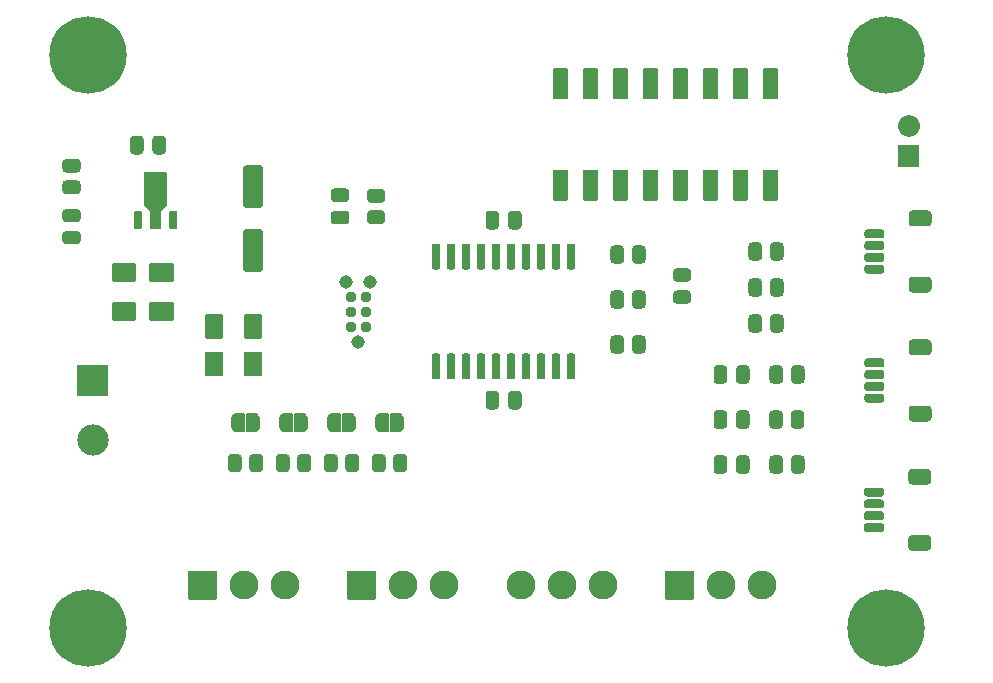
<source format=gts>
G04 #@! TF.GenerationSoftware,KiCad,Pcbnew,6.0.2+dfsg-1*
G04 #@! TF.CreationDate,2024-06-30T21:27:14-06:00*
G04 #@! TF.ProjectId,ckt-iiab,636b742d-6969-4616-922e-6b696361645f,rev?*
G04 #@! TF.SameCoordinates,Original*
G04 #@! TF.FileFunction,Soldermask,Top*
G04 #@! TF.FilePolarity,Negative*
%FSLAX46Y46*%
G04 Gerber Fmt 4.6, Leading zero omitted, Abs format (unit mm)*
G04 Created by KiCad (PCBNEW 6.0.2+dfsg-1) date 2024-06-30 21:27:14*
%MOMM*%
%LPD*%
G01*
G04 APERTURE LIST*
%ADD10C,2.452400*%
%ADD11C,6.552400*%
%ADD12O,1.852400X1.852400*%
%ADD13C,1.143000*%
%ADD14C,0.939800*%
%ADD15C,2.652400*%
G04 APERTURE END LIST*
G36*
G01*
X64229000Y-142476200D02*
X63279000Y-142476200D01*
G75*
G02*
X62952800Y-142150000I0J326200D01*
G01*
X62952800Y-141650000D01*
G75*
G02*
X63279000Y-141323800I326200J0D01*
G01*
X64229000Y-141323800D01*
G75*
G02*
X64555200Y-141650000I0J-326200D01*
G01*
X64555200Y-142150000D01*
G75*
G02*
X64229000Y-142476200I-326200J0D01*
G01*
G37*
G36*
G01*
X64229000Y-140576200D02*
X63279000Y-140576200D01*
G75*
G02*
X62952800Y-140250000I0J326200D01*
G01*
X62952800Y-139750000D01*
G75*
G02*
X63279000Y-139423800I326200J0D01*
G01*
X64229000Y-139423800D01*
G75*
G02*
X64555200Y-139750000I0J-326200D01*
G01*
X64555200Y-140250000D01*
G75*
G02*
X64229000Y-140576200I-326200J0D01*
G01*
G37*
G36*
G01*
X86636800Y-145484000D02*
X86636800Y-144584000D01*
G75*
G02*
X86963000Y-144257800I326200J0D01*
G01*
X87488000Y-144257800D01*
G75*
G02*
X87814200Y-144584000I0J-326200D01*
G01*
X87814200Y-145484000D01*
G75*
G02*
X87488000Y-145810200I-326200J0D01*
G01*
X86963000Y-145810200D01*
G75*
G02*
X86636800Y-145484000I0J326200D01*
G01*
G37*
G36*
G01*
X88461800Y-145484000D02*
X88461800Y-144584000D01*
G75*
G02*
X88788000Y-144257800I326200J0D01*
G01*
X89313000Y-144257800D01*
G75*
G02*
X89639200Y-144584000I0J-326200D01*
G01*
X89639200Y-145484000D01*
G75*
G02*
X89313000Y-145810200I-326200J0D01*
G01*
X88788000Y-145810200D01*
G75*
G02*
X88461800Y-145484000I0J326200D01*
G01*
G37*
G36*
G01*
X109623000Y-146656200D02*
X108373000Y-146656200D01*
G75*
G02*
X108146800Y-146430000I0J226200D01*
G01*
X108146800Y-146130000D01*
G75*
G02*
X108373000Y-145903800I226200J0D01*
G01*
X109623000Y-145903800D01*
G75*
G02*
X109849200Y-146130000I0J-226200D01*
G01*
X109849200Y-146430000D01*
G75*
G02*
X109623000Y-146656200I-226200J0D01*
G01*
G37*
G36*
G01*
X109623000Y-145656200D02*
X108373000Y-145656200D01*
G75*
G02*
X108146800Y-145430000I0J226200D01*
G01*
X108146800Y-145130000D01*
G75*
G02*
X108373000Y-144903800I226200J0D01*
G01*
X109623000Y-144903800D01*
G75*
G02*
X109849200Y-145130000I0J-226200D01*
G01*
X109849200Y-145430000D01*
G75*
G02*
X109623000Y-145656200I-226200J0D01*
G01*
G37*
G36*
G01*
X109623000Y-144656200D02*
X108373000Y-144656200D01*
G75*
G02*
X108146800Y-144430000I0J226200D01*
G01*
X108146800Y-144130000D01*
G75*
G02*
X108373000Y-143903800I226200J0D01*
G01*
X109623000Y-143903800D01*
G75*
G02*
X109849200Y-144130000I0J-226200D01*
G01*
X109849200Y-144430000D01*
G75*
G02*
X109623000Y-144656200I-226200J0D01*
G01*
G37*
G36*
G01*
X109623000Y-143656200D02*
X108373000Y-143656200D01*
G75*
G02*
X108146800Y-143430000I0J226200D01*
G01*
X108146800Y-143130000D01*
G75*
G02*
X108373000Y-142903800I226200J0D01*
G01*
X109623000Y-142903800D01*
G75*
G02*
X109849200Y-143130000I0J-226200D01*
G01*
X109849200Y-143430000D01*
G75*
G02*
X109623000Y-143656200I-226200J0D01*
G01*
G37*
G36*
G01*
X113523000Y-142656200D02*
X112223000Y-142656200D01*
G75*
G02*
X111896800Y-142330000I0J326200D01*
G01*
X111896800Y-141630000D01*
G75*
G02*
X112223000Y-141303800I326200J0D01*
G01*
X113523000Y-141303800D01*
G75*
G02*
X113849200Y-141630000I0J-326200D01*
G01*
X113849200Y-142330000D01*
G75*
G02*
X113523000Y-142656200I-326200J0D01*
G01*
G37*
G36*
G01*
X113523000Y-148256200D02*
X112223000Y-148256200D01*
G75*
G02*
X111896800Y-147930000I0J326200D01*
G01*
X111896800Y-147230000D01*
G75*
G02*
X112223000Y-146903800I326200J0D01*
G01*
X113523000Y-146903800D01*
G75*
G02*
X113849200Y-147230000I0J-326200D01*
G01*
X113849200Y-147930000D01*
G75*
G02*
X113523000Y-148256200I-326200J0D01*
G01*
G37*
G36*
G01*
X66443800Y-163137000D02*
X66443800Y-162237000D01*
G75*
G02*
X66770000Y-161910800I326200J0D01*
G01*
X67295000Y-161910800D01*
G75*
G02*
X67621200Y-162237000I0J-326200D01*
G01*
X67621200Y-163137000D01*
G75*
G02*
X67295000Y-163463200I-326200J0D01*
G01*
X66770000Y-163463200D01*
G75*
G02*
X66443800Y-163137000I0J326200D01*
G01*
G37*
G36*
G01*
X68268800Y-163137000D02*
X68268800Y-162237000D01*
G75*
G02*
X68595000Y-161910800I326200J0D01*
G01*
X69120000Y-161910800D01*
G75*
G02*
X69446200Y-162237000I0J-326200D01*
G01*
X69446200Y-163137000D01*
G75*
G02*
X69120000Y-163463200I-326200J0D01*
G01*
X68595000Y-163463200D01*
G75*
G02*
X68268800Y-163137000I0J326200D01*
G01*
G37*
G36*
G01*
X50899800Y-174181988D02*
X50899800Y-171881988D01*
G75*
G02*
X50976000Y-171805788I76200J0D01*
G01*
X53276000Y-171805788D01*
G75*
G02*
X53352200Y-171881988I0J-76200D01*
G01*
X53352200Y-174181988D01*
G75*
G02*
X53276000Y-174258188I-76200J0D01*
G01*
X50976000Y-174258188D01*
G75*
G02*
X50899800Y-174181988I0J76200D01*
G01*
G37*
D10*
X55626000Y-173031988D03*
X59126000Y-173031988D03*
G36*
G01*
X98427200Y-154719000D02*
X98427200Y-155669000D01*
G75*
G02*
X98101000Y-155995200I-326200J0D01*
G01*
X97601000Y-155995200D01*
G75*
G02*
X97274800Y-155669000I0J326200D01*
G01*
X97274800Y-154719000D01*
G75*
G02*
X97601000Y-154392800I326200J0D01*
G01*
X98101000Y-154392800D01*
G75*
G02*
X98427200Y-154719000I0J-326200D01*
G01*
G37*
G36*
G01*
X96527200Y-154719000D02*
X96527200Y-155669000D01*
G75*
G02*
X96201000Y-155995200I-326200J0D01*
G01*
X95701000Y-155995200D01*
G75*
G02*
X95374800Y-155669000I0J326200D01*
G01*
X95374800Y-154719000D01*
G75*
G02*
X95701000Y-154392800I326200J0D01*
G01*
X96201000Y-154392800D01*
G75*
G02*
X96527200Y-154719000I0J-326200D01*
G01*
G37*
G36*
X59715980Y-158449627D02*
G01*
X59742042Y-158494768D01*
X59743200Y-158508000D01*
X59743200Y-160008000D01*
X59725373Y-160056980D01*
X59680232Y-160083042D01*
X59667000Y-160084200D01*
X59167000Y-160084200D01*
X59152666Y-160078983D01*
X59085663Y-160077755D01*
X59064336Y-160074301D01*
X58929021Y-160032026D01*
X58909520Y-160022725D01*
X58791510Y-159944170D01*
X58775404Y-159929769D01*
X58684184Y-159821250D01*
X58672767Y-159802908D01*
X58615672Y-159673149D01*
X58609862Y-159652340D01*
X58592940Y-159522932D01*
X58591958Y-159521232D01*
X58590800Y-159508000D01*
X58590800Y-159008000D01*
X58591552Y-159005934D01*
X58591744Y-158990167D01*
X58613555Y-158850090D01*
X58619872Y-158829430D01*
X58680120Y-158701105D01*
X58691982Y-158683047D01*
X58785826Y-158576789D01*
X58802279Y-158562787D01*
X58922174Y-158487139D01*
X58941895Y-158478317D01*
X59078202Y-158439360D01*
X59099608Y-158436427D01*
X59147255Y-158436718D01*
X59153768Y-158432958D01*
X59167000Y-158431800D01*
X59667000Y-158431800D01*
X59715980Y-158449627D01*
G37*
G36*
X60481081Y-158436925D02*
G01*
X60541370Y-158437293D01*
X60562738Y-158440487D01*
X60698559Y-158481106D01*
X60718172Y-158490168D01*
X60837134Y-158567275D01*
X60853415Y-158581478D01*
X60945953Y-158688875D01*
X60957592Y-158707076D01*
X61016269Y-158836128D01*
X61022333Y-158856865D01*
X61042430Y-158997198D01*
X61043200Y-159008000D01*
X61043200Y-159508000D01*
X61043194Y-159508929D01*
X61043045Y-159521145D01*
X61041995Y-159532858D01*
X61018475Y-159672659D01*
X61011906Y-159693242D01*
X60950094Y-159820821D01*
X60938013Y-159838732D01*
X60842878Y-159943836D01*
X60826255Y-159957637D01*
X60705445Y-160031814D01*
X60685617Y-160040394D01*
X60548844Y-160077683D01*
X60527404Y-160080353D01*
X60486198Y-160079598D01*
X60480232Y-160083042D01*
X60467000Y-160084200D01*
X59967000Y-160084200D01*
X59918020Y-160066373D01*
X59891958Y-160021232D01*
X59890800Y-160008000D01*
X59890800Y-158508000D01*
X59908627Y-158459020D01*
X59953768Y-158432958D01*
X59967000Y-158431800D01*
X60467000Y-158431800D01*
X60481081Y-158436925D01*
G37*
D11*
X109982000Y-176657000D03*
G36*
G01*
X112813200Y-135807004D02*
X112813200Y-137507004D01*
G75*
G02*
X112737000Y-137583204I-76200J0D01*
G01*
X111037000Y-137583204D01*
G75*
G02*
X110960800Y-137507004I0J76200D01*
G01*
X110960800Y-135807004D01*
G75*
G02*
X111037000Y-135730804I76200J0D01*
G01*
X112737000Y-135730804D01*
G75*
G02*
X112813200Y-135807004I0J-76200D01*
G01*
G37*
D12*
X111887000Y-134117004D03*
G36*
G01*
X67252000Y-142471200D02*
X66352000Y-142471200D01*
G75*
G02*
X66025800Y-142145000I0J326200D01*
G01*
X66025800Y-141620000D01*
G75*
G02*
X66352000Y-141293800I326200J0D01*
G01*
X67252000Y-141293800D01*
G75*
G02*
X67578200Y-141620000I0J-326200D01*
G01*
X67578200Y-142145000D01*
G75*
G02*
X67252000Y-142471200I-326200J0D01*
G01*
G37*
G36*
G01*
X67252000Y-140646200D02*
X66352000Y-140646200D01*
G75*
G02*
X66025800Y-140320000I0J326200D01*
G01*
X66025800Y-139795000D01*
G75*
G02*
X66352000Y-139468800I326200J0D01*
G01*
X67252000Y-139468800D01*
G75*
G02*
X67578200Y-139795000I0J-326200D01*
G01*
X67578200Y-140320000D01*
G75*
G02*
X67252000Y-140646200I-326200J0D01*
G01*
G37*
G36*
G01*
X100075300Y-159454000D02*
X100075300Y-158554000D01*
G75*
G02*
X100401500Y-158227800I326200J0D01*
G01*
X100926500Y-158227800D01*
G75*
G02*
X101252700Y-158554000I0J-326200D01*
G01*
X101252700Y-159454000D01*
G75*
G02*
X100926500Y-159780200I-326200J0D01*
G01*
X100401500Y-159780200D01*
G75*
G02*
X100075300Y-159454000I0J326200D01*
G01*
G37*
G36*
G01*
X101900300Y-159454000D02*
X101900300Y-158554000D01*
G75*
G02*
X102226500Y-158227800I326200J0D01*
G01*
X102751500Y-158227800D01*
G75*
G02*
X103077700Y-158554000I0J-326200D01*
G01*
X103077700Y-159454000D01*
G75*
G02*
X102751500Y-159780200I-326200J0D01*
G01*
X102226500Y-159780200D01*
G75*
G02*
X101900300Y-159454000I0J326200D01*
G01*
G37*
D11*
X109982000Y-128143000D03*
G36*
G01*
X58315800Y-163137000D02*
X58315800Y-162237000D01*
G75*
G02*
X58642000Y-161910800I326200J0D01*
G01*
X59167000Y-161910800D01*
G75*
G02*
X59493200Y-162237000I0J-326200D01*
G01*
X59493200Y-163137000D01*
G75*
G02*
X59167000Y-163463200I-326200J0D01*
G01*
X58642000Y-163463200D01*
G75*
G02*
X58315800Y-163137000I0J326200D01*
G01*
G37*
G36*
G01*
X60140800Y-163137000D02*
X60140800Y-162237000D01*
G75*
G02*
X60467000Y-161910800I326200J0D01*
G01*
X60992000Y-161910800D01*
G75*
G02*
X61318200Y-162237000I0J-326200D01*
G01*
X61318200Y-163137000D01*
G75*
G02*
X60992000Y-163463200I-326200J0D01*
G01*
X60467000Y-163463200D01*
G75*
G02*
X60140800Y-163137000I0J326200D01*
G01*
G37*
G36*
G01*
X47691000Y-145782800D02*
X49591000Y-145782800D01*
G75*
G02*
X49667200Y-145859000I0J-76200D01*
G01*
X49667200Y-147259000D01*
G75*
G02*
X49591000Y-147335200I-76200J0D01*
G01*
X47691000Y-147335200D01*
G75*
G02*
X47614800Y-147259000I0J76200D01*
G01*
X47614800Y-145859000D01*
G75*
G02*
X47691000Y-145782800I76200J0D01*
G01*
G37*
G36*
G01*
X47691000Y-149082800D02*
X49591000Y-149082800D01*
G75*
G02*
X49667200Y-149159000I0J-76200D01*
G01*
X49667200Y-150559000D01*
G75*
G02*
X49591000Y-150635200I-76200J0D01*
G01*
X47691000Y-150635200D01*
G75*
G02*
X47614800Y-150559000I0J76200D01*
G01*
X47614800Y-149159000D01*
G75*
G02*
X47691000Y-149082800I76200J0D01*
G01*
G37*
G36*
G01*
X79123200Y-141638000D02*
X79123200Y-142588000D01*
G75*
G02*
X78797000Y-142914200I-326200J0D01*
G01*
X78297000Y-142914200D01*
G75*
G02*
X77970800Y-142588000I0J326200D01*
G01*
X77970800Y-141638000D01*
G75*
G02*
X78297000Y-141311800I326200J0D01*
G01*
X78797000Y-141311800D01*
G75*
G02*
X79123200Y-141638000I0J-326200D01*
G01*
G37*
G36*
G01*
X77223200Y-141638000D02*
X77223200Y-142588000D01*
G75*
G02*
X76897000Y-142914200I-326200J0D01*
G01*
X76397000Y-142914200D01*
G75*
G02*
X76070800Y-142588000I0J326200D01*
G01*
X76070800Y-141638000D01*
G75*
G02*
X76397000Y-141311800I326200J0D01*
G01*
X76897000Y-141311800D01*
G75*
G02*
X77223200Y-141638000I0J-326200D01*
G01*
G37*
G36*
G01*
X55838000Y-137459800D02*
X56938000Y-137459800D01*
G75*
G02*
X57264200Y-137786000I0J-326200D01*
G01*
X57264200Y-140786000D01*
G75*
G02*
X56938000Y-141112200I-326200J0D01*
G01*
X55838000Y-141112200D01*
G75*
G02*
X55511800Y-140786000I0J326200D01*
G01*
X55511800Y-137786000D01*
G75*
G02*
X55838000Y-137459800I326200J0D01*
G01*
G37*
G36*
G01*
X55838000Y-142859800D02*
X56938000Y-142859800D01*
G75*
G02*
X57264200Y-143186000I0J-326200D01*
G01*
X57264200Y-146186000D01*
G75*
G02*
X56938000Y-146512200I-326200J0D01*
G01*
X55838000Y-146512200D01*
G75*
G02*
X55511800Y-146186000I0J326200D01*
G01*
X55511800Y-143186000D01*
G75*
G02*
X55838000Y-142859800I326200J0D01*
G01*
G37*
G36*
G01*
X109590996Y-168524203D02*
X108340996Y-168524203D01*
G75*
G02*
X108114796Y-168298003I0J226200D01*
G01*
X108114796Y-167998003D01*
G75*
G02*
X108340996Y-167771803I226200J0D01*
G01*
X109590996Y-167771803D01*
G75*
G02*
X109817196Y-167998003I0J-226200D01*
G01*
X109817196Y-168298003D01*
G75*
G02*
X109590996Y-168524203I-226200J0D01*
G01*
G37*
G36*
G01*
X109590996Y-167524203D02*
X108340996Y-167524203D01*
G75*
G02*
X108114796Y-167298003I0J226200D01*
G01*
X108114796Y-166998003D01*
G75*
G02*
X108340996Y-166771803I226200J0D01*
G01*
X109590996Y-166771803D01*
G75*
G02*
X109817196Y-166998003I0J-226200D01*
G01*
X109817196Y-167298003D01*
G75*
G02*
X109590996Y-167524203I-226200J0D01*
G01*
G37*
G36*
G01*
X109590996Y-166524203D02*
X108340996Y-166524203D01*
G75*
G02*
X108114796Y-166298003I0J226200D01*
G01*
X108114796Y-165998003D01*
G75*
G02*
X108340996Y-165771803I226200J0D01*
G01*
X109590996Y-165771803D01*
G75*
G02*
X109817196Y-165998003I0J-226200D01*
G01*
X109817196Y-166298003D01*
G75*
G02*
X109590996Y-166524203I-226200J0D01*
G01*
G37*
G36*
G01*
X109590996Y-165524203D02*
X108340996Y-165524203D01*
G75*
G02*
X108114796Y-165298003I0J226200D01*
G01*
X108114796Y-164998003D01*
G75*
G02*
X108340996Y-164771803I226200J0D01*
G01*
X109590996Y-164771803D01*
G75*
G02*
X109817196Y-164998003I0J-226200D01*
G01*
X109817196Y-165298003D01*
G75*
G02*
X109590996Y-165524203I-226200J0D01*
G01*
G37*
G36*
G01*
X113490996Y-170124203D02*
X112190996Y-170124203D01*
G75*
G02*
X111864796Y-169798003I0J326200D01*
G01*
X111864796Y-169098003D01*
G75*
G02*
X112190996Y-168771803I326200J0D01*
G01*
X113490996Y-168771803D01*
G75*
G02*
X113817196Y-169098003I0J-326200D01*
G01*
X113817196Y-169798003D01*
G75*
G02*
X113490996Y-170124203I-326200J0D01*
G01*
G37*
G36*
G01*
X113490996Y-164524203D02*
X112190996Y-164524203D01*
G75*
G02*
X111864796Y-164198003I0J326200D01*
G01*
X111864796Y-163498003D01*
G75*
G02*
X112190996Y-163171803I326200J0D01*
G01*
X113490996Y-163171803D01*
G75*
G02*
X113817196Y-163498003I0J-326200D01*
G01*
X113817196Y-164198003D01*
G75*
G02*
X113490996Y-164524203I-326200J0D01*
G01*
G37*
G36*
G01*
X100098800Y-163264000D02*
X100098800Y-162364000D01*
G75*
G02*
X100425000Y-162037800I326200J0D01*
G01*
X100950000Y-162037800D01*
G75*
G02*
X101276200Y-162364000I0J-326200D01*
G01*
X101276200Y-163264000D01*
G75*
G02*
X100950000Y-163590200I-326200J0D01*
G01*
X100425000Y-163590200D01*
G75*
G02*
X100098800Y-163264000I0J326200D01*
G01*
G37*
G36*
G01*
X101923800Y-163264000D02*
X101923800Y-162364000D01*
G75*
G02*
X102250000Y-162037800I326200J0D01*
G01*
X102775000Y-162037800D01*
G75*
G02*
X103101200Y-162364000I0J-326200D01*
G01*
X103101200Y-163264000D01*
G75*
G02*
X102775000Y-163590200I-326200J0D01*
G01*
X102250000Y-163590200D01*
G75*
G02*
X101923800Y-163264000I0J326200D01*
G01*
G37*
X42418000Y-176657000D03*
G36*
G01*
X54251800Y-163137000D02*
X54251800Y-162237000D01*
G75*
G02*
X54578000Y-161910800I326200J0D01*
G01*
X55103000Y-161910800D01*
G75*
G02*
X55429200Y-162237000I0J-326200D01*
G01*
X55429200Y-163137000D01*
G75*
G02*
X55103000Y-163463200I-326200J0D01*
G01*
X54578000Y-163463200D01*
G75*
G02*
X54251800Y-163137000I0J326200D01*
G01*
G37*
G36*
G01*
X56076800Y-163137000D02*
X56076800Y-162237000D01*
G75*
G02*
X56403000Y-161910800I326200J0D01*
G01*
X56928000Y-161910800D01*
G75*
G02*
X57254200Y-162237000I0J-326200D01*
G01*
X57254200Y-163137000D01*
G75*
G02*
X56928000Y-163463200I-326200J0D01*
G01*
X56403000Y-163463200D01*
G75*
G02*
X56076800Y-163137000I0J326200D01*
G01*
G37*
X42418000Y-128143000D03*
G36*
X55651980Y-158449627D02*
G01*
X55678042Y-158494768D01*
X55679200Y-158508000D01*
X55679200Y-160008000D01*
X55661373Y-160056980D01*
X55616232Y-160083042D01*
X55603000Y-160084200D01*
X55103000Y-160084200D01*
X55088666Y-160078983D01*
X55021663Y-160077755D01*
X55000336Y-160074301D01*
X54865021Y-160032026D01*
X54845520Y-160022725D01*
X54727510Y-159944170D01*
X54711404Y-159929769D01*
X54620184Y-159821250D01*
X54608767Y-159802908D01*
X54551672Y-159673149D01*
X54545862Y-159652340D01*
X54528940Y-159522932D01*
X54527958Y-159521232D01*
X54526800Y-159508000D01*
X54526800Y-159008000D01*
X54527552Y-159005934D01*
X54527744Y-158990167D01*
X54549555Y-158850090D01*
X54555872Y-158829430D01*
X54616120Y-158701105D01*
X54627982Y-158683047D01*
X54721826Y-158576789D01*
X54738279Y-158562787D01*
X54858174Y-158487139D01*
X54877895Y-158478317D01*
X55014202Y-158439360D01*
X55035608Y-158436427D01*
X55083255Y-158436718D01*
X55089768Y-158432958D01*
X55103000Y-158431800D01*
X55603000Y-158431800D01*
X55651980Y-158449627D01*
G37*
G36*
X56417081Y-158436925D02*
G01*
X56477370Y-158437293D01*
X56498738Y-158440487D01*
X56634559Y-158481106D01*
X56654172Y-158490168D01*
X56773134Y-158567275D01*
X56789415Y-158581478D01*
X56881953Y-158688875D01*
X56893592Y-158707076D01*
X56952269Y-158836128D01*
X56958333Y-158856865D01*
X56978430Y-158997198D01*
X56979200Y-159008000D01*
X56979200Y-159508000D01*
X56979194Y-159508929D01*
X56979045Y-159521145D01*
X56977995Y-159532858D01*
X56954475Y-159672659D01*
X56947906Y-159693242D01*
X56886094Y-159820821D01*
X56874013Y-159838732D01*
X56778878Y-159943836D01*
X56762255Y-159957637D01*
X56641445Y-160031814D01*
X56621617Y-160040394D01*
X56484844Y-160077683D01*
X56463404Y-160080353D01*
X56422198Y-160079598D01*
X56416232Y-160083042D01*
X56403000Y-160084200D01*
X55903000Y-160084200D01*
X55854020Y-160066373D01*
X55827958Y-160021232D01*
X55826800Y-160008000D01*
X55826800Y-158508000D01*
X55844627Y-158459020D01*
X55889768Y-158432958D01*
X55903000Y-158431800D01*
X56403000Y-158431800D01*
X56417081Y-158436925D01*
G37*
G36*
G01*
X52310800Y-155255000D02*
X52310800Y-153355000D01*
G75*
G02*
X52387000Y-153278800I76200J0D01*
G01*
X53787000Y-153278800D01*
G75*
G02*
X53863200Y-153355000I0J-76200D01*
G01*
X53863200Y-155255000D01*
G75*
G02*
X53787000Y-155331200I-76200J0D01*
G01*
X52387000Y-155331200D01*
G75*
G02*
X52310800Y-155255000I0J76200D01*
G01*
G37*
G36*
G01*
X55610800Y-155255000D02*
X55610800Y-153355000D01*
G75*
G02*
X55687000Y-153278800I76200J0D01*
G01*
X57087000Y-153278800D01*
G75*
G02*
X57163200Y-153355000I0J-76200D01*
G01*
X57163200Y-155255000D01*
G75*
G02*
X57087000Y-155331200I-76200J0D01*
G01*
X55687000Y-155331200D01*
G75*
G02*
X55610800Y-155255000I0J76200D01*
G01*
G37*
G36*
G01*
X52310800Y-152080000D02*
X52310800Y-150180000D01*
G75*
G02*
X52387000Y-150103800I76200J0D01*
G01*
X53787000Y-150103800D01*
G75*
G02*
X53863200Y-150180000I0J-76200D01*
G01*
X53863200Y-152080000D01*
G75*
G02*
X53787000Y-152156200I-76200J0D01*
G01*
X52387000Y-152156200D01*
G75*
G02*
X52310800Y-152080000I0J76200D01*
G01*
G37*
G36*
G01*
X55610800Y-152080000D02*
X55610800Y-150180000D01*
G75*
G02*
X55687000Y-150103800I76200J0D01*
G01*
X57087000Y-150103800D01*
G75*
G02*
X57163200Y-150180000I0J-76200D01*
G01*
X57163200Y-152080000D01*
G75*
G02*
X57087000Y-152156200I-76200J0D01*
G01*
X55687000Y-152156200D01*
G75*
G02*
X55610800Y-152080000I0J76200D01*
G01*
G37*
G36*
G01*
X99643000Y-129272800D02*
X100763000Y-129272800D01*
G75*
G02*
X100839200Y-129349000I0J-76200D01*
G01*
X100839200Y-131789000D01*
G75*
G02*
X100763000Y-131865200I-76200J0D01*
G01*
X99643000Y-131865200D01*
G75*
G02*
X99566800Y-131789000I0J76200D01*
G01*
X99566800Y-129349000D01*
G75*
G02*
X99643000Y-129272800I76200J0D01*
G01*
G37*
G36*
G01*
X97103000Y-129272800D02*
X98223000Y-129272800D01*
G75*
G02*
X98299200Y-129349000I0J-76200D01*
G01*
X98299200Y-131789000D01*
G75*
G02*
X98223000Y-131865200I-76200J0D01*
G01*
X97103000Y-131865200D01*
G75*
G02*
X97026800Y-131789000I0J76200D01*
G01*
X97026800Y-129349000D01*
G75*
G02*
X97103000Y-129272800I76200J0D01*
G01*
G37*
G36*
G01*
X94563000Y-129272800D02*
X95683000Y-129272800D01*
G75*
G02*
X95759200Y-129349000I0J-76200D01*
G01*
X95759200Y-131789000D01*
G75*
G02*
X95683000Y-131865200I-76200J0D01*
G01*
X94563000Y-131865200D01*
G75*
G02*
X94486800Y-131789000I0J76200D01*
G01*
X94486800Y-129349000D01*
G75*
G02*
X94563000Y-129272800I76200J0D01*
G01*
G37*
G36*
G01*
X92023000Y-129272800D02*
X93143000Y-129272800D01*
G75*
G02*
X93219200Y-129349000I0J-76200D01*
G01*
X93219200Y-131789000D01*
G75*
G02*
X93143000Y-131865200I-76200J0D01*
G01*
X92023000Y-131865200D01*
G75*
G02*
X91946800Y-131789000I0J76200D01*
G01*
X91946800Y-129349000D01*
G75*
G02*
X92023000Y-129272800I76200J0D01*
G01*
G37*
G36*
G01*
X89483000Y-129272800D02*
X90603000Y-129272800D01*
G75*
G02*
X90679200Y-129349000I0J-76200D01*
G01*
X90679200Y-131789000D01*
G75*
G02*
X90603000Y-131865200I-76200J0D01*
G01*
X89483000Y-131865200D01*
G75*
G02*
X89406800Y-131789000I0J76200D01*
G01*
X89406800Y-129349000D01*
G75*
G02*
X89483000Y-129272800I76200J0D01*
G01*
G37*
G36*
G01*
X86943000Y-129272800D02*
X88063000Y-129272800D01*
G75*
G02*
X88139200Y-129349000I0J-76200D01*
G01*
X88139200Y-131789000D01*
G75*
G02*
X88063000Y-131865200I-76200J0D01*
G01*
X86943000Y-131865200D01*
G75*
G02*
X86866800Y-131789000I0J76200D01*
G01*
X86866800Y-129349000D01*
G75*
G02*
X86943000Y-129272800I76200J0D01*
G01*
G37*
G36*
G01*
X84403000Y-129272800D02*
X85523000Y-129272800D01*
G75*
G02*
X85599200Y-129349000I0J-76200D01*
G01*
X85599200Y-131789000D01*
G75*
G02*
X85523000Y-131865200I-76200J0D01*
G01*
X84403000Y-131865200D01*
G75*
G02*
X84326800Y-131789000I0J76200D01*
G01*
X84326800Y-129349000D01*
G75*
G02*
X84403000Y-129272800I76200J0D01*
G01*
G37*
G36*
G01*
X81863000Y-129272800D02*
X82983000Y-129272800D01*
G75*
G02*
X83059200Y-129349000I0J-76200D01*
G01*
X83059200Y-131789000D01*
G75*
G02*
X82983000Y-131865200I-76200J0D01*
G01*
X81863000Y-131865200D01*
G75*
G02*
X81786800Y-131789000I0J76200D01*
G01*
X81786800Y-129349000D01*
G75*
G02*
X81863000Y-129272800I76200J0D01*
G01*
G37*
G36*
G01*
X81863000Y-137882800D02*
X82983000Y-137882800D01*
G75*
G02*
X83059200Y-137959000I0J-76200D01*
G01*
X83059200Y-140399000D01*
G75*
G02*
X82983000Y-140475200I-76200J0D01*
G01*
X81863000Y-140475200D01*
G75*
G02*
X81786800Y-140399000I0J76200D01*
G01*
X81786800Y-137959000D01*
G75*
G02*
X81863000Y-137882800I76200J0D01*
G01*
G37*
G36*
G01*
X84403000Y-137882800D02*
X85523000Y-137882800D01*
G75*
G02*
X85599200Y-137959000I0J-76200D01*
G01*
X85599200Y-140399000D01*
G75*
G02*
X85523000Y-140475200I-76200J0D01*
G01*
X84403000Y-140475200D01*
G75*
G02*
X84326800Y-140399000I0J76200D01*
G01*
X84326800Y-137959000D01*
G75*
G02*
X84403000Y-137882800I76200J0D01*
G01*
G37*
G36*
G01*
X86943000Y-137882800D02*
X88063000Y-137882800D01*
G75*
G02*
X88139200Y-137959000I0J-76200D01*
G01*
X88139200Y-140399000D01*
G75*
G02*
X88063000Y-140475200I-76200J0D01*
G01*
X86943000Y-140475200D01*
G75*
G02*
X86866800Y-140399000I0J76200D01*
G01*
X86866800Y-137959000D01*
G75*
G02*
X86943000Y-137882800I76200J0D01*
G01*
G37*
G36*
G01*
X89483000Y-137882800D02*
X90603000Y-137882800D01*
G75*
G02*
X90679200Y-137959000I0J-76200D01*
G01*
X90679200Y-140399000D01*
G75*
G02*
X90603000Y-140475200I-76200J0D01*
G01*
X89483000Y-140475200D01*
G75*
G02*
X89406800Y-140399000I0J76200D01*
G01*
X89406800Y-137959000D01*
G75*
G02*
X89483000Y-137882800I76200J0D01*
G01*
G37*
G36*
G01*
X92023000Y-137882800D02*
X93143000Y-137882800D01*
G75*
G02*
X93219200Y-137959000I0J-76200D01*
G01*
X93219200Y-140399000D01*
G75*
G02*
X93143000Y-140475200I-76200J0D01*
G01*
X92023000Y-140475200D01*
G75*
G02*
X91946800Y-140399000I0J76200D01*
G01*
X91946800Y-137959000D01*
G75*
G02*
X92023000Y-137882800I76200J0D01*
G01*
G37*
G36*
G01*
X94563000Y-137882800D02*
X95683000Y-137882800D01*
G75*
G02*
X95759200Y-137959000I0J-76200D01*
G01*
X95759200Y-140399000D01*
G75*
G02*
X95683000Y-140475200I-76200J0D01*
G01*
X94563000Y-140475200D01*
G75*
G02*
X94486800Y-140399000I0J76200D01*
G01*
X94486800Y-137959000D01*
G75*
G02*
X94563000Y-137882800I76200J0D01*
G01*
G37*
G36*
G01*
X97103000Y-137882800D02*
X98223000Y-137882800D01*
G75*
G02*
X98299200Y-137959000I0J-76200D01*
G01*
X98299200Y-140399000D01*
G75*
G02*
X98223000Y-140475200I-76200J0D01*
G01*
X97103000Y-140475200D01*
G75*
G02*
X97026800Y-140399000I0J76200D01*
G01*
X97026800Y-137959000D01*
G75*
G02*
X97103000Y-137882800I76200J0D01*
G01*
G37*
G36*
G01*
X99643000Y-137882800D02*
X100763000Y-137882800D01*
G75*
G02*
X100839200Y-137959000I0J-76200D01*
G01*
X100839200Y-140399000D01*
G75*
G02*
X100763000Y-140475200I-76200J0D01*
G01*
X99643000Y-140475200D01*
G75*
G02*
X99566800Y-140399000I0J76200D01*
G01*
X99566800Y-137959000D01*
G75*
G02*
X99643000Y-137882800I76200J0D01*
G01*
G37*
G36*
G01*
X98427200Y-162339000D02*
X98427200Y-163289000D01*
G75*
G02*
X98101000Y-163615200I-326200J0D01*
G01*
X97601000Y-163615200D01*
G75*
G02*
X97274800Y-163289000I0J326200D01*
G01*
X97274800Y-162339000D01*
G75*
G02*
X97601000Y-162012800I326200J0D01*
G01*
X98101000Y-162012800D01*
G75*
G02*
X98427200Y-162339000I0J-326200D01*
G01*
G37*
G36*
G01*
X96527200Y-162339000D02*
X96527200Y-163289000D01*
G75*
G02*
X96201000Y-163615200I-326200J0D01*
G01*
X95701000Y-163615200D01*
G75*
G02*
X95374800Y-163289000I0J326200D01*
G01*
X95374800Y-162339000D01*
G75*
G02*
X95701000Y-162012800I326200J0D01*
G01*
X96201000Y-162012800D01*
G75*
G02*
X96527200Y-162339000I0J-326200D01*
G01*
G37*
G36*
G01*
X41477250Y-144170700D02*
X40564750Y-144170700D01*
G75*
G02*
X40244800Y-143850750I0J319950D01*
G01*
X40244800Y-143363250D01*
G75*
G02*
X40564750Y-143043300I319950J0D01*
G01*
X41477250Y-143043300D01*
G75*
G02*
X41797200Y-143363250I0J-319950D01*
G01*
X41797200Y-143850750D01*
G75*
G02*
X41477250Y-144170700I-319950J0D01*
G01*
G37*
G36*
G01*
X41477250Y-142295700D02*
X40564750Y-142295700D01*
G75*
G02*
X40244800Y-141975750I0J319950D01*
G01*
X40244800Y-141488250D01*
G75*
G02*
X40564750Y-141168300I319950J0D01*
G01*
X41477250Y-141168300D01*
G75*
G02*
X41797200Y-141488250I0J-319950D01*
G01*
X41797200Y-141975750D01*
G75*
G02*
X41477250Y-142295700I-319950J0D01*
G01*
G37*
G36*
G01*
X62379800Y-163137000D02*
X62379800Y-162237000D01*
G75*
G02*
X62706000Y-161910800I326200J0D01*
G01*
X63231000Y-161910800D01*
G75*
G02*
X63557200Y-162237000I0J-326200D01*
G01*
X63557200Y-163137000D01*
G75*
G02*
X63231000Y-163463200I-326200J0D01*
G01*
X62706000Y-163463200D01*
G75*
G02*
X62379800Y-163137000I0J326200D01*
G01*
G37*
G36*
G01*
X64204800Y-163137000D02*
X64204800Y-162237000D01*
G75*
G02*
X64531000Y-161910800I326200J0D01*
G01*
X65056000Y-161910800D01*
G75*
G02*
X65382200Y-162237000I0J-326200D01*
G01*
X65382200Y-163137000D01*
G75*
G02*
X65056000Y-163463200I-326200J0D01*
G01*
X64531000Y-163463200D01*
G75*
G02*
X64204800Y-163137000I0J326200D01*
G01*
G37*
D13*
X66294000Y-147320000D03*
X64262000Y-147320000D03*
X65278000Y-152400000D03*
D14*
X65913000Y-151130000D03*
X64643000Y-151130000D03*
X65913000Y-149860000D03*
X64643000Y-149860000D03*
X65913000Y-148590000D03*
X64643000Y-148590000D03*
G36*
G01*
X101323200Y-147378000D02*
X101323200Y-148278000D01*
G75*
G02*
X100997000Y-148604200I-326200J0D01*
G01*
X100472000Y-148604200D01*
G75*
G02*
X100145800Y-148278000I0J326200D01*
G01*
X100145800Y-147378000D01*
G75*
G02*
X100472000Y-147051800I326200J0D01*
G01*
X100997000Y-147051800D01*
G75*
G02*
X101323200Y-147378000I0J-326200D01*
G01*
G37*
G36*
G01*
X99498200Y-147378000D02*
X99498200Y-148278000D01*
G75*
G02*
X99172000Y-148604200I-326200J0D01*
G01*
X98647000Y-148604200D01*
G75*
G02*
X98320800Y-148278000I0J326200D01*
G01*
X98320800Y-147378000D01*
G75*
G02*
X98647000Y-147051800I326200J0D01*
G01*
X99172000Y-147051800D01*
G75*
G02*
X99498200Y-147378000I0J-326200D01*
G01*
G37*
G36*
G01*
X41549000Y-154375800D02*
X44049000Y-154375800D01*
G75*
G02*
X44125200Y-154452000I0J-76200D01*
G01*
X44125200Y-156952000D01*
G75*
G02*
X44049000Y-157028200I-76200J0D01*
G01*
X41549000Y-157028200D01*
G75*
G02*
X41472800Y-156952000I0J76200D01*
G01*
X41472800Y-154452000D01*
G75*
G02*
X41549000Y-154375800I76200J0D01*
G01*
G37*
D15*
X42799000Y-160702000D03*
G36*
G01*
X89639200Y-152204000D02*
X89639200Y-153104000D01*
G75*
G02*
X89313000Y-153430200I-326200J0D01*
G01*
X88788000Y-153430200D01*
G75*
G02*
X88461800Y-153104000I0J326200D01*
G01*
X88461800Y-152204000D01*
G75*
G02*
X88788000Y-151877800I326200J0D01*
G01*
X89313000Y-151877800D01*
G75*
G02*
X89639200Y-152204000I0J-326200D01*
G01*
G37*
G36*
G01*
X87814200Y-152204000D02*
X87814200Y-153104000D01*
G75*
G02*
X87488000Y-153430200I-326200J0D01*
G01*
X86963000Y-153430200D01*
G75*
G02*
X86636800Y-153104000I0J326200D01*
G01*
X86636800Y-152204000D01*
G75*
G02*
X86963000Y-151877800I326200J0D01*
G01*
X87488000Y-151877800D01*
G75*
G02*
X87814200Y-152204000I0J-326200D01*
G01*
G37*
G36*
X63779980Y-158449627D02*
G01*
X63806042Y-158494768D01*
X63807200Y-158508000D01*
X63807200Y-160008000D01*
X63789373Y-160056980D01*
X63744232Y-160083042D01*
X63731000Y-160084200D01*
X63231000Y-160084200D01*
X63216666Y-160078983D01*
X63149663Y-160077755D01*
X63128336Y-160074301D01*
X62993021Y-160032026D01*
X62973520Y-160022725D01*
X62855510Y-159944170D01*
X62839404Y-159929769D01*
X62748184Y-159821250D01*
X62736767Y-159802908D01*
X62679672Y-159673149D01*
X62673862Y-159652340D01*
X62656940Y-159522932D01*
X62655958Y-159521232D01*
X62654800Y-159508000D01*
X62654800Y-159008000D01*
X62655552Y-159005934D01*
X62655744Y-158990167D01*
X62677555Y-158850090D01*
X62683872Y-158829430D01*
X62744120Y-158701105D01*
X62755982Y-158683047D01*
X62849826Y-158576789D01*
X62866279Y-158562787D01*
X62986174Y-158487139D01*
X63005895Y-158478317D01*
X63142202Y-158439360D01*
X63163608Y-158436427D01*
X63211255Y-158436718D01*
X63217768Y-158432958D01*
X63231000Y-158431800D01*
X63731000Y-158431800D01*
X63779980Y-158449627D01*
G37*
G36*
X64545081Y-158436925D02*
G01*
X64605370Y-158437293D01*
X64626738Y-158440487D01*
X64762559Y-158481106D01*
X64782172Y-158490168D01*
X64901134Y-158567275D01*
X64917415Y-158581478D01*
X65009953Y-158688875D01*
X65021592Y-158707076D01*
X65080269Y-158836128D01*
X65086333Y-158856865D01*
X65106430Y-158997198D01*
X65107200Y-159008000D01*
X65107200Y-159508000D01*
X65107194Y-159508929D01*
X65107045Y-159521145D01*
X65105995Y-159532858D01*
X65082475Y-159672659D01*
X65075906Y-159693242D01*
X65014094Y-159820821D01*
X65002013Y-159838732D01*
X64906878Y-159943836D01*
X64890255Y-159957637D01*
X64769445Y-160031814D01*
X64749617Y-160040394D01*
X64612844Y-160077683D01*
X64591404Y-160080353D01*
X64550198Y-160079598D01*
X64544232Y-160083042D01*
X64531000Y-160084200D01*
X64031000Y-160084200D01*
X63982020Y-160066373D01*
X63955958Y-160021232D01*
X63954800Y-160008000D01*
X63954800Y-158508000D01*
X63972627Y-158459020D01*
X64017768Y-158432958D01*
X64031000Y-158431800D01*
X64531000Y-158431800D01*
X64545081Y-158436925D01*
G37*
G36*
G01*
X86636800Y-149294000D02*
X86636800Y-148394000D01*
G75*
G02*
X86963000Y-148067800I326200J0D01*
G01*
X87488000Y-148067800D01*
G75*
G02*
X87814200Y-148394000I0J-326200D01*
G01*
X87814200Y-149294000D01*
G75*
G02*
X87488000Y-149620200I-326200J0D01*
G01*
X86963000Y-149620200D01*
G75*
G02*
X86636800Y-149294000I0J326200D01*
G01*
G37*
G36*
G01*
X88461800Y-149294000D02*
X88461800Y-148394000D01*
G75*
G02*
X88788000Y-148067800I326200J0D01*
G01*
X89313000Y-148067800D01*
G75*
G02*
X89639200Y-148394000I0J-326200D01*
G01*
X89639200Y-149294000D01*
G75*
G02*
X89313000Y-149620200I-326200J0D01*
G01*
X88788000Y-149620200D01*
G75*
G02*
X88461800Y-149294000I0J326200D01*
G01*
G37*
G36*
G01*
X72032000Y-155611200D02*
X71732000Y-155611200D01*
G75*
G02*
X71505800Y-155385000I0J226200D01*
G01*
X71505800Y-153635000D01*
G75*
G02*
X71732000Y-153408800I226200J0D01*
G01*
X72032000Y-153408800D01*
G75*
G02*
X72258200Y-153635000I0J-226200D01*
G01*
X72258200Y-155385000D01*
G75*
G02*
X72032000Y-155611200I-226200J0D01*
G01*
G37*
G36*
G01*
X73302000Y-155611200D02*
X73002000Y-155611200D01*
G75*
G02*
X72775800Y-155385000I0J226200D01*
G01*
X72775800Y-153635000D01*
G75*
G02*
X73002000Y-153408800I226200J0D01*
G01*
X73302000Y-153408800D01*
G75*
G02*
X73528200Y-153635000I0J-226200D01*
G01*
X73528200Y-155385000D01*
G75*
G02*
X73302000Y-155611200I-226200J0D01*
G01*
G37*
G36*
G01*
X74572000Y-155611200D02*
X74272000Y-155611200D01*
G75*
G02*
X74045800Y-155385000I0J226200D01*
G01*
X74045800Y-153635000D01*
G75*
G02*
X74272000Y-153408800I226200J0D01*
G01*
X74572000Y-153408800D01*
G75*
G02*
X74798200Y-153635000I0J-226200D01*
G01*
X74798200Y-155385000D01*
G75*
G02*
X74572000Y-155611200I-226200J0D01*
G01*
G37*
G36*
G01*
X75842000Y-155611200D02*
X75542000Y-155611200D01*
G75*
G02*
X75315800Y-155385000I0J226200D01*
G01*
X75315800Y-153635000D01*
G75*
G02*
X75542000Y-153408800I226200J0D01*
G01*
X75842000Y-153408800D01*
G75*
G02*
X76068200Y-153635000I0J-226200D01*
G01*
X76068200Y-155385000D01*
G75*
G02*
X75842000Y-155611200I-226200J0D01*
G01*
G37*
G36*
G01*
X77112000Y-155611200D02*
X76812000Y-155611200D01*
G75*
G02*
X76585800Y-155385000I0J226200D01*
G01*
X76585800Y-153635000D01*
G75*
G02*
X76812000Y-153408800I226200J0D01*
G01*
X77112000Y-153408800D01*
G75*
G02*
X77338200Y-153635000I0J-226200D01*
G01*
X77338200Y-155385000D01*
G75*
G02*
X77112000Y-155611200I-226200J0D01*
G01*
G37*
G36*
G01*
X78382000Y-155611200D02*
X78082000Y-155611200D01*
G75*
G02*
X77855800Y-155385000I0J226200D01*
G01*
X77855800Y-153635000D01*
G75*
G02*
X78082000Y-153408800I226200J0D01*
G01*
X78382000Y-153408800D01*
G75*
G02*
X78608200Y-153635000I0J-226200D01*
G01*
X78608200Y-155385000D01*
G75*
G02*
X78382000Y-155611200I-226200J0D01*
G01*
G37*
G36*
G01*
X79652000Y-155611200D02*
X79352000Y-155611200D01*
G75*
G02*
X79125800Y-155385000I0J226200D01*
G01*
X79125800Y-153635000D01*
G75*
G02*
X79352000Y-153408800I226200J0D01*
G01*
X79652000Y-153408800D01*
G75*
G02*
X79878200Y-153635000I0J-226200D01*
G01*
X79878200Y-155385000D01*
G75*
G02*
X79652000Y-155611200I-226200J0D01*
G01*
G37*
G36*
G01*
X80922000Y-155611200D02*
X80622000Y-155611200D01*
G75*
G02*
X80395800Y-155385000I0J226200D01*
G01*
X80395800Y-153635000D01*
G75*
G02*
X80622000Y-153408800I226200J0D01*
G01*
X80922000Y-153408800D01*
G75*
G02*
X81148200Y-153635000I0J-226200D01*
G01*
X81148200Y-155385000D01*
G75*
G02*
X80922000Y-155611200I-226200J0D01*
G01*
G37*
G36*
G01*
X82192000Y-155611200D02*
X81892000Y-155611200D01*
G75*
G02*
X81665800Y-155385000I0J226200D01*
G01*
X81665800Y-153635000D01*
G75*
G02*
X81892000Y-153408800I226200J0D01*
G01*
X82192000Y-153408800D01*
G75*
G02*
X82418200Y-153635000I0J-226200D01*
G01*
X82418200Y-155385000D01*
G75*
G02*
X82192000Y-155611200I-226200J0D01*
G01*
G37*
G36*
G01*
X83462000Y-155611200D02*
X83162000Y-155611200D01*
G75*
G02*
X82935800Y-155385000I0J226200D01*
G01*
X82935800Y-153635000D01*
G75*
G02*
X83162000Y-153408800I226200J0D01*
G01*
X83462000Y-153408800D01*
G75*
G02*
X83688200Y-153635000I0J-226200D01*
G01*
X83688200Y-155385000D01*
G75*
G02*
X83462000Y-155611200I-226200J0D01*
G01*
G37*
G36*
G01*
X83462000Y-146311200D02*
X83162000Y-146311200D01*
G75*
G02*
X82935800Y-146085000I0J226200D01*
G01*
X82935800Y-144335000D01*
G75*
G02*
X83162000Y-144108800I226200J0D01*
G01*
X83462000Y-144108800D01*
G75*
G02*
X83688200Y-144335000I0J-226200D01*
G01*
X83688200Y-146085000D01*
G75*
G02*
X83462000Y-146311200I-226200J0D01*
G01*
G37*
G36*
G01*
X82192000Y-146311200D02*
X81892000Y-146311200D01*
G75*
G02*
X81665800Y-146085000I0J226200D01*
G01*
X81665800Y-144335000D01*
G75*
G02*
X81892000Y-144108800I226200J0D01*
G01*
X82192000Y-144108800D01*
G75*
G02*
X82418200Y-144335000I0J-226200D01*
G01*
X82418200Y-146085000D01*
G75*
G02*
X82192000Y-146311200I-226200J0D01*
G01*
G37*
G36*
G01*
X80922000Y-146311200D02*
X80622000Y-146311200D01*
G75*
G02*
X80395800Y-146085000I0J226200D01*
G01*
X80395800Y-144335000D01*
G75*
G02*
X80622000Y-144108800I226200J0D01*
G01*
X80922000Y-144108800D01*
G75*
G02*
X81148200Y-144335000I0J-226200D01*
G01*
X81148200Y-146085000D01*
G75*
G02*
X80922000Y-146311200I-226200J0D01*
G01*
G37*
G36*
G01*
X79652000Y-146311200D02*
X79352000Y-146311200D01*
G75*
G02*
X79125800Y-146085000I0J226200D01*
G01*
X79125800Y-144335000D01*
G75*
G02*
X79352000Y-144108800I226200J0D01*
G01*
X79652000Y-144108800D01*
G75*
G02*
X79878200Y-144335000I0J-226200D01*
G01*
X79878200Y-146085000D01*
G75*
G02*
X79652000Y-146311200I-226200J0D01*
G01*
G37*
G36*
G01*
X78382000Y-146311200D02*
X78082000Y-146311200D01*
G75*
G02*
X77855800Y-146085000I0J226200D01*
G01*
X77855800Y-144335000D01*
G75*
G02*
X78082000Y-144108800I226200J0D01*
G01*
X78382000Y-144108800D01*
G75*
G02*
X78608200Y-144335000I0J-226200D01*
G01*
X78608200Y-146085000D01*
G75*
G02*
X78382000Y-146311200I-226200J0D01*
G01*
G37*
G36*
G01*
X77112000Y-146311200D02*
X76812000Y-146311200D01*
G75*
G02*
X76585800Y-146085000I0J226200D01*
G01*
X76585800Y-144335000D01*
G75*
G02*
X76812000Y-144108800I226200J0D01*
G01*
X77112000Y-144108800D01*
G75*
G02*
X77338200Y-144335000I0J-226200D01*
G01*
X77338200Y-146085000D01*
G75*
G02*
X77112000Y-146311200I-226200J0D01*
G01*
G37*
G36*
G01*
X75842000Y-146311200D02*
X75542000Y-146311200D01*
G75*
G02*
X75315800Y-146085000I0J226200D01*
G01*
X75315800Y-144335000D01*
G75*
G02*
X75542000Y-144108800I226200J0D01*
G01*
X75842000Y-144108800D01*
G75*
G02*
X76068200Y-144335000I0J-226200D01*
G01*
X76068200Y-146085000D01*
G75*
G02*
X75842000Y-146311200I-226200J0D01*
G01*
G37*
G36*
G01*
X74572000Y-146311200D02*
X74272000Y-146311200D01*
G75*
G02*
X74045800Y-146085000I0J226200D01*
G01*
X74045800Y-144335000D01*
G75*
G02*
X74272000Y-144108800I226200J0D01*
G01*
X74572000Y-144108800D01*
G75*
G02*
X74798200Y-144335000I0J-226200D01*
G01*
X74798200Y-146085000D01*
G75*
G02*
X74572000Y-146311200I-226200J0D01*
G01*
G37*
G36*
G01*
X73302000Y-146311200D02*
X73002000Y-146311200D01*
G75*
G02*
X72775800Y-146085000I0J226200D01*
G01*
X72775800Y-144335000D01*
G75*
G02*
X73002000Y-144108800I226200J0D01*
G01*
X73302000Y-144108800D01*
G75*
G02*
X73528200Y-144335000I0J-226200D01*
G01*
X73528200Y-146085000D01*
G75*
G02*
X73302000Y-146311200I-226200J0D01*
G01*
G37*
G36*
G01*
X72032000Y-146311200D02*
X71732000Y-146311200D01*
G75*
G02*
X71505800Y-146085000I0J226200D01*
G01*
X71505800Y-144335000D01*
G75*
G02*
X71732000Y-144108800I226200J0D01*
G01*
X72032000Y-144108800D01*
G75*
G02*
X72258200Y-144335000I0J-226200D01*
G01*
X72258200Y-146085000D01*
G75*
G02*
X72032000Y-146311200I-226200J0D01*
G01*
G37*
G36*
G01*
X76070800Y-157828000D02*
X76070800Y-156878000D01*
G75*
G02*
X76397000Y-156551800I326200J0D01*
G01*
X76897000Y-156551800D01*
G75*
G02*
X77223200Y-156878000I0J-326200D01*
G01*
X77223200Y-157828000D01*
G75*
G02*
X76897000Y-158154200I-326200J0D01*
G01*
X76397000Y-158154200D01*
G75*
G02*
X76070800Y-157828000I0J326200D01*
G01*
G37*
G36*
G01*
X77970800Y-157828000D02*
X77970800Y-156878000D01*
G75*
G02*
X78297000Y-156551800I326200J0D01*
G01*
X78797000Y-156551800D01*
G75*
G02*
X79123200Y-156878000I0J-326200D01*
G01*
X79123200Y-157828000D01*
G75*
G02*
X78797000Y-158154200I-326200J0D01*
G01*
X78297000Y-158154200D01*
G75*
G02*
X77970800Y-157828000I0J326200D01*
G01*
G37*
G36*
G01*
X44516000Y-145782800D02*
X46416000Y-145782800D01*
G75*
G02*
X46492200Y-145859000I0J-76200D01*
G01*
X46492200Y-147259000D01*
G75*
G02*
X46416000Y-147335200I-76200J0D01*
G01*
X44516000Y-147335200D01*
G75*
G02*
X44439800Y-147259000I0J76200D01*
G01*
X44439800Y-145859000D01*
G75*
G02*
X44516000Y-145782800I76200J0D01*
G01*
G37*
G36*
G01*
X44516000Y-149082800D02*
X46416000Y-149082800D01*
G75*
G02*
X46492200Y-149159000I0J-76200D01*
G01*
X46492200Y-150559000D01*
G75*
G02*
X46416000Y-150635200I-76200J0D01*
G01*
X44516000Y-150635200D01*
G75*
G02*
X44439800Y-150559000I0J76200D01*
G01*
X44439800Y-149159000D01*
G75*
G02*
X44516000Y-149082800I76200J0D01*
G01*
G37*
G36*
G01*
X64361800Y-174181988D02*
X64361800Y-171881988D01*
G75*
G02*
X64438000Y-171805788I76200J0D01*
G01*
X66738000Y-171805788D01*
G75*
G02*
X66814200Y-171881988I0J-76200D01*
G01*
X66814200Y-174181988D01*
G75*
G02*
X66738000Y-174258188I-76200J0D01*
G01*
X64438000Y-174258188D01*
G75*
G02*
X64361800Y-174181988I0J76200D01*
G01*
G37*
D10*
X69088000Y-173031988D03*
X72588000Y-173031988D03*
G36*
G01*
X41471000Y-139931200D02*
X40571000Y-139931200D01*
G75*
G02*
X40244800Y-139605000I0J326200D01*
G01*
X40244800Y-139080000D01*
G75*
G02*
X40571000Y-138753800I326200J0D01*
G01*
X41471000Y-138753800D01*
G75*
G02*
X41797200Y-139080000I0J-326200D01*
G01*
X41797200Y-139605000D01*
G75*
G02*
X41471000Y-139931200I-326200J0D01*
G01*
G37*
G36*
G01*
X41471000Y-138106200D02*
X40571000Y-138106200D01*
G75*
G02*
X40244800Y-137780000I0J326200D01*
G01*
X40244800Y-137255000D01*
G75*
G02*
X40571000Y-136928800I326200J0D01*
G01*
X41471000Y-136928800D01*
G75*
G02*
X41797200Y-137255000I0J-326200D01*
G01*
X41797200Y-137780000D01*
G75*
G02*
X41471000Y-138106200I-326200J0D01*
G01*
G37*
G36*
G01*
X101323200Y-150426000D02*
X101323200Y-151326000D01*
G75*
G02*
X100997000Y-151652200I-326200J0D01*
G01*
X100472000Y-151652200D01*
G75*
G02*
X100145800Y-151326000I0J326200D01*
G01*
X100145800Y-150426000D01*
G75*
G02*
X100472000Y-150099800I326200J0D01*
G01*
X100997000Y-150099800D01*
G75*
G02*
X101323200Y-150426000I0J-326200D01*
G01*
G37*
G36*
G01*
X99498200Y-150426000D02*
X99498200Y-151326000D01*
G75*
G02*
X99172000Y-151652200I-326200J0D01*
G01*
X98647000Y-151652200D01*
G75*
G02*
X98320800Y-151326000I0J326200D01*
G01*
X98320800Y-150426000D01*
G75*
G02*
X98647000Y-150099800I326200J0D01*
G01*
X99172000Y-150099800D01*
G75*
G02*
X99498200Y-150426000I0J-326200D01*
G01*
G37*
G36*
G01*
X91285807Y-174181988D02*
X91285807Y-171881988D01*
G75*
G02*
X91362007Y-171805788I76200J0D01*
G01*
X93662007Y-171805788D01*
G75*
G02*
X93738207Y-171881988I0J-76200D01*
G01*
X93738207Y-174181988D01*
G75*
G02*
X93662007Y-174258188I-76200J0D01*
G01*
X91362007Y-174258188D01*
G75*
G02*
X91285807Y-174181988I0J76200D01*
G01*
G37*
X96012007Y-173031988D03*
X99512007Y-173031988D03*
G36*
G01*
X98427200Y-158529000D02*
X98427200Y-159479000D01*
G75*
G02*
X98101000Y-159805200I-326200J0D01*
G01*
X97601000Y-159805200D01*
G75*
G02*
X97274800Y-159479000I0J326200D01*
G01*
X97274800Y-158529000D01*
G75*
G02*
X97601000Y-158202800I326200J0D01*
G01*
X98101000Y-158202800D01*
G75*
G02*
X98427200Y-158529000I0J-326200D01*
G01*
G37*
G36*
G01*
X96527200Y-158529000D02*
X96527200Y-159479000D01*
G75*
G02*
X96201000Y-159805200I-326200J0D01*
G01*
X95701000Y-159805200D01*
G75*
G02*
X95374800Y-159479000I0J326200D01*
G01*
X95374800Y-158529000D01*
G75*
G02*
X95701000Y-158202800I326200J0D01*
G01*
X96201000Y-158202800D01*
G75*
G02*
X96527200Y-158529000I0J-326200D01*
G01*
G37*
G36*
G01*
X100098800Y-155644000D02*
X100098800Y-154744000D01*
G75*
G02*
X100425000Y-154417800I326200J0D01*
G01*
X100950000Y-154417800D01*
G75*
G02*
X101276200Y-154744000I0J-326200D01*
G01*
X101276200Y-155644000D01*
G75*
G02*
X100950000Y-155970200I-326200J0D01*
G01*
X100425000Y-155970200D01*
G75*
G02*
X100098800Y-155644000I0J326200D01*
G01*
G37*
G36*
G01*
X101923800Y-155644000D02*
X101923800Y-154744000D01*
G75*
G02*
X102250000Y-154417800I326200J0D01*
G01*
X102775000Y-154417800D01*
G75*
G02*
X103101200Y-154744000I0J-326200D01*
G01*
X103101200Y-155644000D01*
G75*
G02*
X102775000Y-155970200I-326200J0D01*
G01*
X102250000Y-155970200D01*
G75*
G02*
X101923800Y-155644000I0J326200D01*
G01*
G37*
G36*
G01*
X109623000Y-157578200D02*
X108373000Y-157578200D01*
G75*
G02*
X108146800Y-157352000I0J226200D01*
G01*
X108146800Y-157052000D01*
G75*
G02*
X108373000Y-156825800I226200J0D01*
G01*
X109623000Y-156825800D01*
G75*
G02*
X109849200Y-157052000I0J-226200D01*
G01*
X109849200Y-157352000D01*
G75*
G02*
X109623000Y-157578200I-226200J0D01*
G01*
G37*
G36*
G01*
X109623000Y-156578200D02*
X108373000Y-156578200D01*
G75*
G02*
X108146800Y-156352000I0J226200D01*
G01*
X108146800Y-156052000D01*
G75*
G02*
X108373000Y-155825800I226200J0D01*
G01*
X109623000Y-155825800D01*
G75*
G02*
X109849200Y-156052000I0J-226200D01*
G01*
X109849200Y-156352000D01*
G75*
G02*
X109623000Y-156578200I-226200J0D01*
G01*
G37*
G36*
G01*
X109623000Y-155578200D02*
X108373000Y-155578200D01*
G75*
G02*
X108146800Y-155352000I0J226200D01*
G01*
X108146800Y-155052000D01*
G75*
G02*
X108373000Y-154825800I226200J0D01*
G01*
X109623000Y-154825800D01*
G75*
G02*
X109849200Y-155052000I0J-226200D01*
G01*
X109849200Y-155352000D01*
G75*
G02*
X109623000Y-155578200I-226200J0D01*
G01*
G37*
G36*
G01*
X109623000Y-154578200D02*
X108373000Y-154578200D01*
G75*
G02*
X108146800Y-154352000I0J226200D01*
G01*
X108146800Y-154052000D01*
G75*
G02*
X108373000Y-153825800I226200J0D01*
G01*
X109623000Y-153825800D01*
G75*
G02*
X109849200Y-154052000I0J-226200D01*
G01*
X109849200Y-154352000D01*
G75*
G02*
X109623000Y-154578200I-226200J0D01*
G01*
G37*
G36*
G01*
X113523000Y-153578200D02*
X112223000Y-153578200D01*
G75*
G02*
X111896800Y-153252000I0J326200D01*
G01*
X111896800Y-152552000D01*
G75*
G02*
X112223000Y-152225800I326200J0D01*
G01*
X113523000Y-152225800D01*
G75*
G02*
X113849200Y-152552000I0J-326200D01*
G01*
X113849200Y-153252000D01*
G75*
G02*
X113523000Y-153578200I-326200J0D01*
G01*
G37*
G36*
G01*
X113523000Y-159178200D02*
X112223000Y-159178200D01*
G75*
G02*
X111896800Y-158852000I0J326200D01*
G01*
X111896800Y-158152000D01*
G75*
G02*
X112223000Y-157825800I326200J0D01*
G01*
X113523000Y-157825800D01*
G75*
G02*
X113849200Y-158152000I0J-326200D01*
G01*
X113849200Y-158852000D01*
G75*
G02*
X113523000Y-159178200I-326200J0D01*
G01*
G37*
G36*
G01*
X46908000Y-142838200D02*
X46358000Y-142838200D01*
G75*
G02*
X46281800Y-142762000I0J76200D01*
G01*
X46281800Y-141462000D01*
G75*
G02*
X46358000Y-141385800I76200J0D01*
G01*
X46908000Y-141385800D01*
G75*
G02*
X46984200Y-141462000I0J-76200D01*
G01*
X46984200Y-142762000D01*
G75*
G02*
X46908000Y-142838200I-76200J0D01*
G01*
G37*
G36*
X47149627Y-138113020D02*
G01*
X47194768Y-138086958D01*
X47208000Y-138085800D01*
X49058000Y-138085800D01*
X49106980Y-138103627D01*
X49133042Y-138148768D01*
X49134200Y-138162000D01*
X49134200Y-140762000D01*
X49116373Y-140810980D01*
X49111882Y-140815882D01*
X48609200Y-141318564D01*
X48609200Y-142762000D01*
X48591373Y-142810980D01*
X48546232Y-142837042D01*
X48533000Y-142838200D01*
X47733000Y-142838200D01*
X47684020Y-142820373D01*
X47657958Y-142775232D01*
X47656800Y-142762000D01*
X47656800Y-141318564D01*
X47154118Y-140815882D01*
X47132090Y-140768641D01*
X47131800Y-140762000D01*
X47131800Y-138162000D01*
X47149627Y-138113020D01*
G37*
G36*
G01*
X49908000Y-142838200D02*
X49358000Y-142838200D01*
G75*
G02*
X49281800Y-142762000I0J76200D01*
G01*
X49281800Y-141462000D01*
G75*
G02*
X49358000Y-141385800I76200J0D01*
G01*
X49908000Y-141385800D01*
G75*
G02*
X49984200Y-141462000I0J-76200D01*
G01*
X49984200Y-142762000D01*
G75*
G02*
X49908000Y-142838200I-76200J0D01*
G01*
G37*
G36*
G01*
X101323200Y-144330000D02*
X101323200Y-145230000D01*
G75*
G02*
X100997000Y-145556200I-326200J0D01*
G01*
X100472000Y-145556200D01*
G75*
G02*
X100145800Y-145230000I0J326200D01*
G01*
X100145800Y-144330000D01*
G75*
G02*
X100472000Y-144003800I326200J0D01*
G01*
X100997000Y-144003800D01*
G75*
G02*
X101323200Y-144330000I0J-326200D01*
G01*
G37*
G36*
G01*
X99498200Y-144330000D02*
X99498200Y-145230000D01*
G75*
G02*
X99172000Y-145556200I-326200J0D01*
G01*
X98647000Y-145556200D01*
G75*
G02*
X98320800Y-145230000I0J326200D01*
G01*
X98320800Y-144330000D01*
G75*
G02*
X98647000Y-144003800I326200J0D01*
G01*
X99172000Y-144003800D01*
G75*
G02*
X99498200Y-144330000I0J-326200D01*
G01*
G37*
G36*
G01*
X93166250Y-149202200D02*
X92253750Y-149202200D01*
G75*
G02*
X91933800Y-148882250I0J319950D01*
G01*
X91933800Y-148394750D01*
G75*
G02*
X92253750Y-148074800I319950J0D01*
G01*
X93166250Y-148074800D01*
G75*
G02*
X93486200Y-148394750I0J-319950D01*
G01*
X93486200Y-148882250D01*
G75*
G02*
X93166250Y-149202200I-319950J0D01*
G01*
G37*
G36*
G01*
X93166250Y-147327200D02*
X92253750Y-147327200D01*
G75*
G02*
X91933800Y-147007250I0J319950D01*
G01*
X91933800Y-146519750D01*
G75*
G02*
X92253750Y-146199800I319950J0D01*
G01*
X93166250Y-146199800D01*
G75*
G02*
X93486200Y-146519750I0J-319950D01*
G01*
X93486200Y-147007250D01*
G75*
G02*
X93166250Y-147327200I-319950J0D01*
G01*
G37*
G36*
X67843980Y-158449627D02*
G01*
X67870042Y-158494768D01*
X67871200Y-158508000D01*
X67871200Y-160008000D01*
X67853373Y-160056980D01*
X67808232Y-160083042D01*
X67795000Y-160084200D01*
X67295000Y-160084200D01*
X67280666Y-160078983D01*
X67213663Y-160077755D01*
X67192336Y-160074301D01*
X67057021Y-160032026D01*
X67037520Y-160022725D01*
X66919510Y-159944170D01*
X66903404Y-159929769D01*
X66812184Y-159821250D01*
X66800767Y-159802908D01*
X66743672Y-159673149D01*
X66737862Y-159652340D01*
X66720940Y-159522932D01*
X66719958Y-159521232D01*
X66718800Y-159508000D01*
X66718800Y-159008000D01*
X66719552Y-159005934D01*
X66719744Y-158990167D01*
X66741555Y-158850090D01*
X66747872Y-158829430D01*
X66808120Y-158701105D01*
X66819982Y-158683047D01*
X66913826Y-158576789D01*
X66930279Y-158562787D01*
X67050174Y-158487139D01*
X67069895Y-158478317D01*
X67206202Y-158439360D01*
X67227608Y-158436427D01*
X67275255Y-158436718D01*
X67281768Y-158432958D01*
X67295000Y-158431800D01*
X67795000Y-158431800D01*
X67843980Y-158449627D01*
G37*
G36*
X68609081Y-158436925D02*
G01*
X68669370Y-158437293D01*
X68690738Y-158440487D01*
X68826559Y-158481106D01*
X68846172Y-158490168D01*
X68965134Y-158567275D01*
X68981415Y-158581478D01*
X69073953Y-158688875D01*
X69085592Y-158707076D01*
X69144269Y-158836128D01*
X69150333Y-158856865D01*
X69170430Y-158997198D01*
X69171200Y-159008000D01*
X69171200Y-159508000D01*
X69171194Y-159508929D01*
X69171045Y-159521145D01*
X69169995Y-159532858D01*
X69146475Y-159672659D01*
X69139906Y-159693242D01*
X69078094Y-159820821D01*
X69066013Y-159838732D01*
X68970878Y-159943836D01*
X68954255Y-159957637D01*
X68833445Y-160031814D01*
X68813617Y-160040394D01*
X68676844Y-160077683D01*
X68655404Y-160080353D01*
X68614198Y-160079598D01*
X68608232Y-160083042D01*
X68595000Y-160084200D01*
X68095000Y-160084200D01*
X68046020Y-160066373D01*
X68019958Y-160021232D01*
X68018800Y-160008000D01*
X68018800Y-158508000D01*
X68036627Y-158459020D01*
X68081768Y-158432958D01*
X68095000Y-158431800D01*
X68595000Y-158431800D01*
X68609081Y-158436925D01*
G37*
X79050007Y-173031988D03*
X82550007Y-173031988D03*
X86050007Y-173031988D03*
G36*
G01*
X45971800Y-136238000D02*
X45971800Y-135288000D01*
G75*
G02*
X46298000Y-134961800I326200J0D01*
G01*
X46798000Y-134961800D01*
G75*
G02*
X47124200Y-135288000I0J-326200D01*
G01*
X47124200Y-136238000D01*
G75*
G02*
X46798000Y-136564200I-326200J0D01*
G01*
X46298000Y-136564200D01*
G75*
G02*
X45971800Y-136238000I0J326200D01*
G01*
G37*
G36*
G01*
X47871800Y-136238000D02*
X47871800Y-135288000D01*
G75*
G02*
X48198000Y-134961800I326200J0D01*
G01*
X48698000Y-134961800D01*
G75*
G02*
X49024200Y-135288000I0J-326200D01*
G01*
X49024200Y-136238000D01*
G75*
G02*
X48698000Y-136564200I-326200J0D01*
G01*
X48198000Y-136564200D01*
G75*
G02*
X47871800Y-136238000I0J326200D01*
G01*
G37*
M02*

</source>
